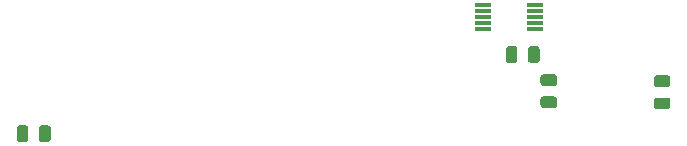
<source format=gbr>
G04 #@! TF.GenerationSoftware,KiCad,Pcbnew,5.1.5+dfsg1-2build2*
G04 #@! TF.CreationDate,2022-05-11T12:23:00+01:00*
G04 #@! TF.ProjectId,rrl-interface,72726c2d-696e-4746-9572-666163652e6b,rev?*
G04 #@! TF.SameCoordinates,Original*
G04 #@! TF.FileFunction,Paste,Bot*
G04 #@! TF.FilePolarity,Positive*
%FSLAX46Y46*%
G04 Gerber Fmt 4.6, Leading zero omitted, Abs format (unit mm)*
G04 Created by KiCad (PCBNEW 5.1.5+dfsg1-2build2) date 2022-05-11 12:23:00*
%MOMM*%
%LPD*%
G04 APERTURE LIST*
%ADD10C,0.100000*%
%ADD11R,1.400000X0.300000*%
G04 APERTURE END LIST*
D10*
G36*
X67480142Y-186151174D02*
G01*
X67503803Y-186154684D01*
X67527007Y-186160496D01*
X67549529Y-186168554D01*
X67571153Y-186178782D01*
X67591670Y-186191079D01*
X67610883Y-186205329D01*
X67628607Y-186221393D01*
X67644671Y-186239117D01*
X67658921Y-186258330D01*
X67671218Y-186278847D01*
X67681446Y-186300471D01*
X67689504Y-186322993D01*
X67695316Y-186346197D01*
X67698826Y-186369858D01*
X67700000Y-186393750D01*
X67700000Y-186881250D01*
X67698826Y-186905142D01*
X67695316Y-186928803D01*
X67689504Y-186952007D01*
X67681446Y-186974529D01*
X67671218Y-186996153D01*
X67658921Y-187016670D01*
X67644671Y-187035883D01*
X67628607Y-187053607D01*
X67610883Y-187069671D01*
X67591670Y-187083921D01*
X67571153Y-187096218D01*
X67549529Y-187106446D01*
X67527007Y-187114504D01*
X67503803Y-187120316D01*
X67480142Y-187123826D01*
X67456250Y-187125000D01*
X66543750Y-187125000D01*
X66519858Y-187123826D01*
X66496197Y-187120316D01*
X66472993Y-187114504D01*
X66450471Y-187106446D01*
X66428847Y-187096218D01*
X66408330Y-187083921D01*
X66389117Y-187069671D01*
X66371393Y-187053607D01*
X66355329Y-187035883D01*
X66341079Y-187016670D01*
X66328782Y-186996153D01*
X66318554Y-186974529D01*
X66310496Y-186952007D01*
X66304684Y-186928803D01*
X66301174Y-186905142D01*
X66300000Y-186881250D01*
X66300000Y-186393750D01*
X66301174Y-186369858D01*
X66304684Y-186346197D01*
X66310496Y-186322993D01*
X66318554Y-186300471D01*
X66328782Y-186278847D01*
X66341079Y-186258330D01*
X66355329Y-186239117D01*
X66371393Y-186221393D01*
X66389117Y-186205329D01*
X66408330Y-186191079D01*
X66428847Y-186178782D01*
X66450471Y-186168554D01*
X66472993Y-186160496D01*
X66496197Y-186154684D01*
X66519858Y-186151174D01*
X66543750Y-186150000D01*
X67456250Y-186150000D01*
X67480142Y-186151174D01*
G37*
G36*
X67480142Y-184276174D02*
G01*
X67503803Y-184279684D01*
X67527007Y-184285496D01*
X67549529Y-184293554D01*
X67571153Y-184303782D01*
X67591670Y-184316079D01*
X67610883Y-184330329D01*
X67628607Y-184346393D01*
X67644671Y-184364117D01*
X67658921Y-184383330D01*
X67671218Y-184403847D01*
X67681446Y-184425471D01*
X67689504Y-184447993D01*
X67695316Y-184471197D01*
X67698826Y-184494858D01*
X67700000Y-184518750D01*
X67700000Y-185006250D01*
X67698826Y-185030142D01*
X67695316Y-185053803D01*
X67689504Y-185077007D01*
X67681446Y-185099529D01*
X67671218Y-185121153D01*
X67658921Y-185141670D01*
X67644671Y-185160883D01*
X67628607Y-185178607D01*
X67610883Y-185194671D01*
X67591670Y-185208921D01*
X67571153Y-185221218D01*
X67549529Y-185231446D01*
X67527007Y-185239504D01*
X67503803Y-185245316D01*
X67480142Y-185248826D01*
X67456250Y-185250000D01*
X66543750Y-185250000D01*
X66519858Y-185248826D01*
X66496197Y-185245316D01*
X66472993Y-185239504D01*
X66450471Y-185231446D01*
X66428847Y-185221218D01*
X66408330Y-185208921D01*
X66389117Y-185194671D01*
X66371393Y-185178607D01*
X66355329Y-185160883D01*
X66341079Y-185141670D01*
X66328782Y-185121153D01*
X66318554Y-185099529D01*
X66310496Y-185077007D01*
X66304684Y-185053803D01*
X66301174Y-185030142D01*
X66300000Y-185006250D01*
X66300000Y-184518750D01*
X66301174Y-184494858D01*
X66304684Y-184471197D01*
X66310496Y-184447993D01*
X66318554Y-184425471D01*
X66328782Y-184403847D01*
X66341079Y-184383330D01*
X66355329Y-184364117D01*
X66371393Y-184346393D01*
X66389117Y-184330329D01*
X66408330Y-184316079D01*
X66428847Y-184303782D01*
X66450471Y-184293554D01*
X66472993Y-184285496D01*
X66496197Y-184279684D01*
X66519858Y-184276174D01*
X66543750Y-184275000D01*
X67456250Y-184275000D01*
X67480142Y-184276174D01*
G37*
G36*
X77080142Y-186251174D02*
G01*
X77103803Y-186254684D01*
X77127007Y-186260496D01*
X77149529Y-186268554D01*
X77171153Y-186278782D01*
X77191670Y-186291079D01*
X77210883Y-186305329D01*
X77228607Y-186321393D01*
X77244671Y-186339117D01*
X77258921Y-186358330D01*
X77271218Y-186378847D01*
X77281446Y-186400471D01*
X77289504Y-186422993D01*
X77295316Y-186446197D01*
X77298826Y-186469858D01*
X77300000Y-186493750D01*
X77300000Y-186981250D01*
X77298826Y-187005142D01*
X77295316Y-187028803D01*
X77289504Y-187052007D01*
X77281446Y-187074529D01*
X77271218Y-187096153D01*
X77258921Y-187116670D01*
X77244671Y-187135883D01*
X77228607Y-187153607D01*
X77210883Y-187169671D01*
X77191670Y-187183921D01*
X77171153Y-187196218D01*
X77149529Y-187206446D01*
X77127007Y-187214504D01*
X77103803Y-187220316D01*
X77080142Y-187223826D01*
X77056250Y-187225000D01*
X76143750Y-187225000D01*
X76119858Y-187223826D01*
X76096197Y-187220316D01*
X76072993Y-187214504D01*
X76050471Y-187206446D01*
X76028847Y-187196218D01*
X76008330Y-187183921D01*
X75989117Y-187169671D01*
X75971393Y-187153607D01*
X75955329Y-187135883D01*
X75941079Y-187116670D01*
X75928782Y-187096153D01*
X75918554Y-187074529D01*
X75910496Y-187052007D01*
X75904684Y-187028803D01*
X75901174Y-187005142D01*
X75900000Y-186981250D01*
X75900000Y-186493750D01*
X75901174Y-186469858D01*
X75904684Y-186446197D01*
X75910496Y-186422993D01*
X75918554Y-186400471D01*
X75928782Y-186378847D01*
X75941079Y-186358330D01*
X75955329Y-186339117D01*
X75971393Y-186321393D01*
X75989117Y-186305329D01*
X76008330Y-186291079D01*
X76028847Y-186278782D01*
X76050471Y-186268554D01*
X76072993Y-186260496D01*
X76096197Y-186254684D01*
X76119858Y-186251174D01*
X76143750Y-186250000D01*
X77056250Y-186250000D01*
X77080142Y-186251174D01*
G37*
G36*
X77080142Y-184376174D02*
G01*
X77103803Y-184379684D01*
X77127007Y-184385496D01*
X77149529Y-184393554D01*
X77171153Y-184403782D01*
X77191670Y-184416079D01*
X77210883Y-184430329D01*
X77228607Y-184446393D01*
X77244671Y-184464117D01*
X77258921Y-184483330D01*
X77271218Y-184503847D01*
X77281446Y-184525471D01*
X77289504Y-184547993D01*
X77295316Y-184571197D01*
X77298826Y-184594858D01*
X77300000Y-184618750D01*
X77300000Y-185106250D01*
X77298826Y-185130142D01*
X77295316Y-185153803D01*
X77289504Y-185177007D01*
X77281446Y-185199529D01*
X77271218Y-185221153D01*
X77258921Y-185241670D01*
X77244671Y-185260883D01*
X77228607Y-185278607D01*
X77210883Y-185294671D01*
X77191670Y-185308921D01*
X77171153Y-185321218D01*
X77149529Y-185331446D01*
X77127007Y-185339504D01*
X77103803Y-185345316D01*
X77080142Y-185348826D01*
X77056250Y-185350000D01*
X76143750Y-185350000D01*
X76119858Y-185348826D01*
X76096197Y-185345316D01*
X76072993Y-185339504D01*
X76050471Y-185331446D01*
X76028847Y-185321218D01*
X76008330Y-185308921D01*
X75989117Y-185294671D01*
X75971393Y-185278607D01*
X75955329Y-185260883D01*
X75941079Y-185241670D01*
X75928782Y-185221153D01*
X75918554Y-185199529D01*
X75910496Y-185177007D01*
X75904684Y-185153803D01*
X75901174Y-185130142D01*
X75900000Y-185106250D01*
X75900000Y-184618750D01*
X75901174Y-184594858D01*
X75904684Y-184571197D01*
X75910496Y-184547993D01*
X75918554Y-184525471D01*
X75928782Y-184503847D01*
X75941079Y-184483330D01*
X75955329Y-184464117D01*
X75971393Y-184446393D01*
X75989117Y-184430329D01*
X76008330Y-184416079D01*
X76028847Y-184403782D01*
X76050471Y-184393554D01*
X76072993Y-184385496D01*
X76096197Y-184379684D01*
X76119858Y-184376174D01*
X76143750Y-184375000D01*
X77056250Y-184375000D01*
X77080142Y-184376174D01*
G37*
G36*
X64130142Y-181901174D02*
G01*
X64153803Y-181904684D01*
X64177007Y-181910496D01*
X64199529Y-181918554D01*
X64221153Y-181928782D01*
X64241670Y-181941079D01*
X64260883Y-181955329D01*
X64278607Y-181971393D01*
X64294671Y-181989117D01*
X64308921Y-182008330D01*
X64321218Y-182028847D01*
X64331446Y-182050471D01*
X64339504Y-182072993D01*
X64345316Y-182096197D01*
X64348826Y-182119858D01*
X64350000Y-182143750D01*
X64350000Y-183056250D01*
X64348826Y-183080142D01*
X64345316Y-183103803D01*
X64339504Y-183127007D01*
X64331446Y-183149529D01*
X64321218Y-183171153D01*
X64308921Y-183191670D01*
X64294671Y-183210883D01*
X64278607Y-183228607D01*
X64260883Y-183244671D01*
X64241670Y-183258921D01*
X64221153Y-183271218D01*
X64199529Y-183281446D01*
X64177007Y-183289504D01*
X64153803Y-183295316D01*
X64130142Y-183298826D01*
X64106250Y-183300000D01*
X63618750Y-183300000D01*
X63594858Y-183298826D01*
X63571197Y-183295316D01*
X63547993Y-183289504D01*
X63525471Y-183281446D01*
X63503847Y-183271218D01*
X63483330Y-183258921D01*
X63464117Y-183244671D01*
X63446393Y-183228607D01*
X63430329Y-183210883D01*
X63416079Y-183191670D01*
X63403782Y-183171153D01*
X63393554Y-183149529D01*
X63385496Y-183127007D01*
X63379684Y-183103803D01*
X63376174Y-183080142D01*
X63375000Y-183056250D01*
X63375000Y-182143750D01*
X63376174Y-182119858D01*
X63379684Y-182096197D01*
X63385496Y-182072993D01*
X63393554Y-182050471D01*
X63403782Y-182028847D01*
X63416079Y-182008330D01*
X63430329Y-181989117D01*
X63446393Y-181971393D01*
X63464117Y-181955329D01*
X63483330Y-181941079D01*
X63503847Y-181928782D01*
X63525471Y-181918554D01*
X63547993Y-181910496D01*
X63571197Y-181904684D01*
X63594858Y-181901174D01*
X63618750Y-181900000D01*
X64106250Y-181900000D01*
X64130142Y-181901174D01*
G37*
G36*
X66005142Y-181901174D02*
G01*
X66028803Y-181904684D01*
X66052007Y-181910496D01*
X66074529Y-181918554D01*
X66096153Y-181928782D01*
X66116670Y-181941079D01*
X66135883Y-181955329D01*
X66153607Y-181971393D01*
X66169671Y-181989117D01*
X66183921Y-182008330D01*
X66196218Y-182028847D01*
X66206446Y-182050471D01*
X66214504Y-182072993D01*
X66220316Y-182096197D01*
X66223826Y-182119858D01*
X66225000Y-182143750D01*
X66225000Y-183056250D01*
X66223826Y-183080142D01*
X66220316Y-183103803D01*
X66214504Y-183127007D01*
X66206446Y-183149529D01*
X66196218Y-183171153D01*
X66183921Y-183191670D01*
X66169671Y-183210883D01*
X66153607Y-183228607D01*
X66135883Y-183244671D01*
X66116670Y-183258921D01*
X66096153Y-183271218D01*
X66074529Y-183281446D01*
X66052007Y-183289504D01*
X66028803Y-183295316D01*
X66005142Y-183298826D01*
X65981250Y-183300000D01*
X65493750Y-183300000D01*
X65469858Y-183298826D01*
X65446197Y-183295316D01*
X65422993Y-183289504D01*
X65400471Y-183281446D01*
X65378847Y-183271218D01*
X65358330Y-183258921D01*
X65339117Y-183244671D01*
X65321393Y-183228607D01*
X65305329Y-183210883D01*
X65291079Y-183191670D01*
X65278782Y-183171153D01*
X65268554Y-183149529D01*
X65260496Y-183127007D01*
X65254684Y-183103803D01*
X65251174Y-183080142D01*
X65250000Y-183056250D01*
X65250000Y-182143750D01*
X65251174Y-182119858D01*
X65254684Y-182096197D01*
X65260496Y-182072993D01*
X65268554Y-182050471D01*
X65278782Y-182028847D01*
X65291079Y-182008330D01*
X65305329Y-181989117D01*
X65321393Y-181971393D01*
X65339117Y-181955329D01*
X65358330Y-181941079D01*
X65378847Y-181928782D01*
X65400471Y-181918554D01*
X65422993Y-181910496D01*
X65446197Y-181904684D01*
X65469858Y-181901174D01*
X65493750Y-181900000D01*
X65981250Y-181900000D01*
X66005142Y-181901174D01*
G37*
D11*
X61400000Y-180400000D03*
X61400000Y-179900000D03*
X61400000Y-179400000D03*
X61400000Y-178900000D03*
X61400000Y-178400000D03*
X65800000Y-178400000D03*
X65800000Y-178900000D03*
X65800000Y-179400000D03*
X65800000Y-179900000D03*
X65800000Y-180400000D03*
D10*
G36*
X22730142Y-188601174D02*
G01*
X22753803Y-188604684D01*
X22777007Y-188610496D01*
X22799529Y-188618554D01*
X22821153Y-188628782D01*
X22841670Y-188641079D01*
X22860883Y-188655329D01*
X22878607Y-188671393D01*
X22894671Y-188689117D01*
X22908921Y-188708330D01*
X22921218Y-188728847D01*
X22931446Y-188750471D01*
X22939504Y-188772993D01*
X22945316Y-188796197D01*
X22948826Y-188819858D01*
X22950000Y-188843750D01*
X22950000Y-189756250D01*
X22948826Y-189780142D01*
X22945316Y-189803803D01*
X22939504Y-189827007D01*
X22931446Y-189849529D01*
X22921218Y-189871153D01*
X22908921Y-189891670D01*
X22894671Y-189910883D01*
X22878607Y-189928607D01*
X22860883Y-189944671D01*
X22841670Y-189958921D01*
X22821153Y-189971218D01*
X22799529Y-189981446D01*
X22777007Y-189989504D01*
X22753803Y-189995316D01*
X22730142Y-189998826D01*
X22706250Y-190000000D01*
X22218750Y-190000000D01*
X22194858Y-189998826D01*
X22171197Y-189995316D01*
X22147993Y-189989504D01*
X22125471Y-189981446D01*
X22103847Y-189971218D01*
X22083330Y-189958921D01*
X22064117Y-189944671D01*
X22046393Y-189928607D01*
X22030329Y-189910883D01*
X22016079Y-189891670D01*
X22003782Y-189871153D01*
X21993554Y-189849529D01*
X21985496Y-189827007D01*
X21979684Y-189803803D01*
X21976174Y-189780142D01*
X21975000Y-189756250D01*
X21975000Y-188843750D01*
X21976174Y-188819858D01*
X21979684Y-188796197D01*
X21985496Y-188772993D01*
X21993554Y-188750471D01*
X22003782Y-188728847D01*
X22016079Y-188708330D01*
X22030329Y-188689117D01*
X22046393Y-188671393D01*
X22064117Y-188655329D01*
X22083330Y-188641079D01*
X22103847Y-188628782D01*
X22125471Y-188618554D01*
X22147993Y-188610496D01*
X22171197Y-188604684D01*
X22194858Y-188601174D01*
X22218750Y-188600000D01*
X22706250Y-188600000D01*
X22730142Y-188601174D01*
G37*
G36*
X24605142Y-188601174D02*
G01*
X24628803Y-188604684D01*
X24652007Y-188610496D01*
X24674529Y-188618554D01*
X24696153Y-188628782D01*
X24716670Y-188641079D01*
X24735883Y-188655329D01*
X24753607Y-188671393D01*
X24769671Y-188689117D01*
X24783921Y-188708330D01*
X24796218Y-188728847D01*
X24806446Y-188750471D01*
X24814504Y-188772993D01*
X24820316Y-188796197D01*
X24823826Y-188819858D01*
X24825000Y-188843750D01*
X24825000Y-189756250D01*
X24823826Y-189780142D01*
X24820316Y-189803803D01*
X24814504Y-189827007D01*
X24806446Y-189849529D01*
X24796218Y-189871153D01*
X24783921Y-189891670D01*
X24769671Y-189910883D01*
X24753607Y-189928607D01*
X24735883Y-189944671D01*
X24716670Y-189958921D01*
X24696153Y-189971218D01*
X24674529Y-189981446D01*
X24652007Y-189989504D01*
X24628803Y-189995316D01*
X24605142Y-189998826D01*
X24581250Y-190000000D01*
X24093750Y-190000000D01*
X24069858Y-189998826D01*
X24046197Y-189995316D01*
X24022993Y-189989504D01*
X24000471Y-189981446D01*
X23978847Y-189971218D01*
X23958330Y-189958921D01*
X23939117Y-189944671D01*
X23921393Y-189928607D01*
X23905329Y-189910883D01*
X23891079Y-189891670D01*
X23878782Y-189871153D01*
X23868554Y-189849529D01*
X23860496Y-189827007D01*
X23854684Y-189803803D01*
X23851174Y-189780142D01*
X23850000Y-189756250D01*
X23850000Y-188843750D01*
X23851174Y-188819858D01*
X23854684Y-188796197D01*
X23860496Y-188772993D01*
X23868554Y-188750471D01*
X23878782Y-188728847D01*
X23891079Y-188708330D01*
X23905329Y-188689117D01*
X23921393Y-188671393D01*
X23939117Y-188655329D01*
X23958330Y-188641079D01*
X23978847Y-188628782D01*
X24000471Y-188618554D01*
X24022993Y-188610496D01*
X24046197Y-188604684D01*
X24069858Y-188601174D01*
X24093750Y-188600000D01*
X24581250Y-188600000D01*
X24605142Y-188601174D01*
G37*
M02*

</source>
